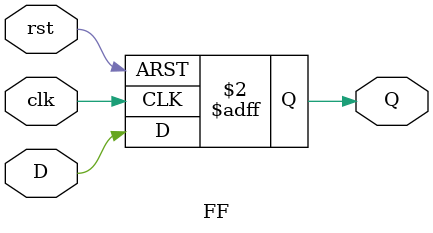
<source format=v>
`timescale 1ns / 1ps




module FF(
    input wire clk, // clock
    input wire rst, // reset
    input wire D, // in 
    output reg Q
    );
    
always @(posedge clk, posedge rst)
begin
    if(rst)
       Q <= 0;
       else
       Q <= D;
end

endmodule

</source>
